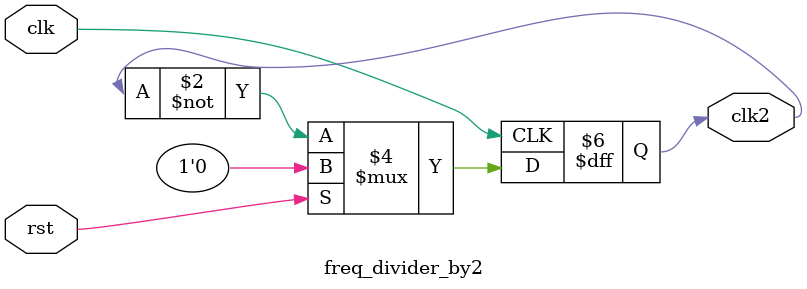
<source format=v>
module freq_divider_by2(
    input clk,rst,
    output reg clk2
);

    always@(posedge clk) begin
        if(rst)
            clk2 <= 0;
        else     
            clk2 <= ~clk2;
    end        

endmodule

</source>
